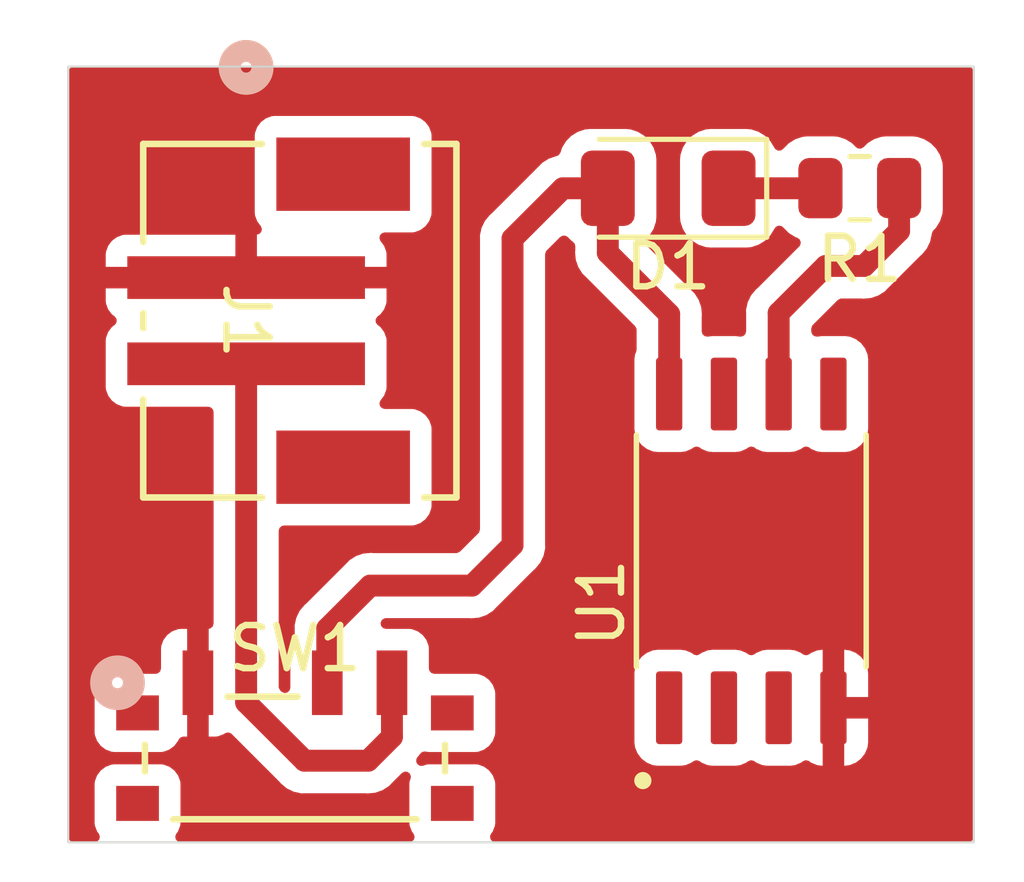
<source format=kicad_pcb>
(kicad_pcb (version 20221018) (generator pcbnew)
  (layers (0 "F.Cu" signal) (31 "B.Cu" signal) (44 "Edge.Cuts" user))
  (net 0 "")
  (net 1 "Net-(D1-K)")
  (net 2 "/vcc")
  (net 3 "/GND")
  (net 4 "/LED")
  (net 10 "/vin")
  (footprint "LED_SMD:LED_1206_3216Metric" (layer "F.Cu") (at 95.9134 53.8226 180)
    (fp_text reference "D1" (at 0 -1.82) (layer "F.SilkS"))
    (fp_text value "LED")
    (fp_line (start -2.285 -1.135) (end -2.285 1.135) (stroke (width 0.12)) (layer "F.SilkS"))
    (fp_line (start -2.285 1.135) (end 1.6 1.135) (stroke (width 0.12)) (layer "F.SilkS"))
    (fp_line (start 1.6 -1.135) (end -2.285 -1.135) (stroke (width 0.12)) (layer "F.SilkS"))
    (pad "1" smd roundrect (at -1.4 0 180) (size 1.25 1.75) (layers "F.Cu" "F.Paste" "F.Mask") (roundrect_rratio 0.2) (net 1 "Net-(D1-K)"))
    (pad "2" smd roundrect (at 1.4 0 180) (size 1.25 1.75) (layers "F.Cu" "F.Paste" "F.Mask") (roundrect_rratio 0.2) (net 2 "/vcc"))
  )
  (footprint "Library:SOIC127P794X202-8N" (layer "F.Cu") (at 97.8408 62.2378 90)
    (fp_text reference "U1" (at -1.205 -3.477 90) (layer "F.SilkS"))
    (fp_text value "ATTINY45-20SU")
    (fp_line (start -2.69 -2.665) (end 2.69 -2.665) (stroke (width 0.127)) (layer "F.SilkS"))
    (fp_line (start -2.69 2.665) (end 2.69 2.665) (stroke (width 0.127)) (layer "F.SilkS"))
    (fp_circle (center -5.33 -2.515) (end -5.23 -2.515) (stroke (width 0.2)) (fill none) (layer "F.SilkS"))
    (pad "1" smd roundrect (at -3.64 -1.905 90) (size 1.69 0.61) (layers "F.Cu" "F.Paste" "F.Mask") (roundrect_rratio 0.125))
    (pad "2" smd roundrect (at -3.64 -0.635 90) (size 1.69 0.61) (layers "F.Cu" "F.Paste" "F.Mask") (roundrect_rratio 0.125))
    (pad "3" smd roundrect (at -3.64 0.635 90) (size 1.69 0.61) (layers "F.Cu" "F.Paste" "F.Mask") (roundrect_rratio 0.125))
    (pad "4" smd roundrect (at -3.64 1.905 90) (size 1.69 0.61) (layers "F.Cu" "F.Paste" "F.Mask") (roundrect_rratio 0.125) (net 3 "/GND"))
    (pad "5" smd roundrect (at 3.64 1.905 90) (size 1.69 0.61) (layers "F.Cu" "F.Paste" "F.Mask") (roundrect_rratio 0.125))
    (pad "6" smd roundrect (at 3.64 0.635 90) (size 1.69 0.61) (layers "F.Cu" "F.Paste" "F.Mask") (roundrect_rratio 0.125) (net 4 "/LED"))
    (pad "7" smd roundrect (at 3.64 -0.635 90) (size 1.69 0.61) (layers "F.Cu" "F.Paste" "F.Mask") (roundrect_rratio 0.125))
    (pad "8" smd roundrect (at 3.64 -1.905 90) (size 1.69 0.61) (layers "F.Cu" "F.Paste" "F.Mask") (roundrect_rratio 0.125) (net 2 "/vcc"))
  )
  (footprint "Resistor_SMD:R_0805_2012Metric" (layer "F.Cu") (at 100.3565 53.8196 180)
    (fp_text reference "R1" (at 0 -1.65) (layer "F.SilkS"))
    (fp_text value "R")
    (fp_line (start -0.227064 -0.735) (end 0.227064 -0.735) (stroke (width 0.12)) (layer "F.SilkS"))
    (fp_line (start -0.227064 0.735) (end 0.227064 0.735) (stroke (width 0.12)) (layer "F.SilkS"))
    (pad "1" smd roundrect (at -0.9125 0 180) (size 1.025 1.4) (layers "F.Cu" "F.Paste" "F.Mask") (roundrect_rratio 0.243902439) (net 4 "/LED"))
    (pad "2" smd roundrect (at 0.9125 0 180) (size 1.025 1.4) (layers "F.Cu" "F.Paste" "F.Mask") (roundrect_rratio 0.243902439) (net 1 "Net-(D1-K)"))
  )
  (footprint "esp_lib:B2B-PH-SM4-TBLFSN_JST" (layer "F.Cu") (at 87.369751 56.896 -90)
    (fp_text reference "J1" (at 0 1.244801 -90 unlocked) (layer "F.SilkS"))
    (fp_text value "B2B-PH-SM4-TBLFSN" hide)
    (fp_circle (center -5.8801 1.244801) (end -5.4991 1.244801) (stroke (width 0.508)) (fill none) (layer "B.SilkS"))
    (fp_line (start -4.1021 -3.6322) (end -4.1021 -2.88734) (stroke (width 0.1524)) (layer "F.SilkS"))
    (fp_line (start -4.1021 0.87694) (end -4.1021 3.6322) (stroke (width 0.1524)) (layer "F.SilkS"))
    (fp_line (start -4.1021 3.6322) (end -1.828041 3.6322) (stroke (width 0.1524)) (layer "F.SilkS"))
    (fp_line (start -0.171961 3.6322) (end 0.171961 3.6322) (stroke (width 0.1524)) (layer "F.SilkS"))
    (fp_line (start 1.828041 3.6322) (end 4.1021 3.6322) (stroke (width 0.1524)) (layer "F.SilkS"))
    (fp_line (start 4.1021 -3.6322) (end -4.1021 -3.6322) (stroke (width 0.1524)) (layer "F.SilkS"))
    (fp_line (start 4.1021 -2.88734) (end 4.1021 -3.6322) (stroke (width 0.1524)) (layer "F.SilkS"))
    (fp_line (start 4.1021 3.6322) (end 4.1021 0.87694) (stroke (width 0.1524)) (layer "F.SilkS"))
    (fp_circle (center -5.8801 1.244801) (end -5.4991 1.244801) (stroke (width 0.508)) (fill none) (layer "F.SilkS"))
    (pad "1" smd rect (at -1.000001 1.244801 270) (size 0.9906 5.5118) (layers "F.Cu" "F.Paste" "F.Mask") (net 3 "/GND"))
    (pad "2" smd rect (at 1.000001 1.244801 270) (size 0.9906 5.5118) (layers "F.Cu" "F.Paste" "F.Mask") (net 10 "/vin"))
    (pad "3" smd rect (at -3.399998 -1.0052) (size 3.0988 1.7018) (layers "F.Cu" "F.Paste" "F.Mask"))
    (pad "4" smd rect (at 3.399998 -1.0052) (size 3.0988 1.7018) (layers "F.Cu" "F.Paste" "F.Mask"))
  )
  (footprint "Library:CUS-12TB_NDC" (layer "F.Cu") (at 87.25662 67.042801)
    (fp_text reference "SW1" (at 0 -2.54 unlocked) (layer "F.SilkS"))
    (fp_text value "CUS-12TB" hide)
    (fp_circle (center -4.1148 -1.7454) (end -3.7338 -1.7454) (stroke (width 0.508)) (fill none) (layer "B.SilkS"))
    (fp_line (start -3.4798 0.315459) (end -3.4798 -0.306259) (stroke (width 0.1524)) (layer "F.SilkS"))
    (fp_line (start -1.561663 -1.4224) (end 0.06166 -1.4224) (stroke (width 0.1524)) (layer "F.SilkS"))
    (fp_line (start 2.82194 1.422399) (end -2.82194 1.422399) (stroke (width 0.1524)) (layer "F.SilkS"))
    (fp_line (start 3.4798 -0.306259) (end 3.4798 0.315459) (stroke (width 0.1524)) (layer "F.SilkS"))
    (pad "1" smd rect (at -2.250003 -1.7454) (size 0.7112 1.4986) (layers "F.Cu" "F.Paste" "F.Mask") (net 3 "/GND"))
    (pad "2" smd rect (at 0.75 -1.7454) (size 0.7112 1.4986) (layers "F.Cu" "F.Paste" "F.Mask") (net 2 "/vcc"))
    (pad "3" smd rect (at 2.25 -1.7454) (size 0.7112 1.4986) (layers "F.Cu" "F.Paste" "F.Mask") (net 10 "/vin"))
    (pad "4" smd rect (at -3.65 -1.045399) (size 0.9906 0.8128) (layers "F.Cu" "F.Paste" "F.Mask"))
    (pad "5" smd rect (at 3.65 -1.045399) (size 0.9906 0.8128) (layers "F.Cu" "F.Paste" "F.Mask"))
    (pad "6" smd rect (at -3.64998 1.054599) (size 0.9906 0.8128) (layers "F.Cu" "F.Paste" "F.Mask"))
    (pad "7" smd rect (at 3.64998 1.054599) (size 0.9906 0.8128) (layers "F.Cu" "F.Paste" "F.Mask"))
  )
  (gr_rect (start 82 51) (end 103 69) (stroke (width 0.05)) (fill none) (layer "Edge.Cuts"))
  (segment (start 99.441 53.8226) (end 99.444 53.8196) (width 0.508) (layer "F.Cu") (net 1))
  (segment (start 97.3134 53.8226) (end 99.441 53.8226) (width 0.508) (layer "F.Cu") (net 1))
  (segment (start 88.00662 64.040101) (end 89.003921 63.0428) (width 0.508) (layer "F.Cu") (net 2))
  (segment (start 92.3036 62.103) (end 92.3036 54.991) (width 0.508) (layer "F.Cu") (net 2))
  (segment (start 95.9358 56.7436) (end 95.9358 58.5978) (width 0.508) (layer "F.Cu") (net 2))
  (segment (start 91.3638 63.0428) (end 92.3036 62.103) (width 0.508) (layer "F.Cu") (net 2))
  (segment (start 88.00662 65.297401) (end 88.00662 64.040101) (width 0.508) (layer "F.Cu") (net 2))
  (segment (start 89.003921 63.0428) (end 91.3638 63.0428) (width 0.508) (layer "F.Cu") (net 2))
  (segment (start 93.472 53.8226) (end 94.5134 53.8226) (width 0.508) (layer "F.Cu") (net 2))
  (segment (start 94.5134 55.3212) (end 95.9358 56.7436) (width 0.508) (layer "F.Cu") (net 2))
  (segment (start 92.3036 54.991) (end 93.472 53.8226) (width 0.508) (layer "F.Cu") (net 2))
  (segment (start 94.5134 53.8226) (end 94.5134 55.3212) (width 0.508) (layer "F.Cu") (net 2))
  (segment (start 101.269 53.8196) (end 101.269 54.814) (width 0.508) (layer "F.Cu") (net 4))
  (segment (start 99.568 55.626) (end 98.4758 56.7182) (width 0.508) (layer "F.Cu") (net 4))
  (segment (start 101.269 54.814) (end 100.457 55.626) (width 0.508) (layer "F.Cu") (net 4))
  (segment (start 98.4758 56.7182) (end 98.4758 58.5978) (width 0.508) (layer "F.Cu") (net 4))
  (segment (start 100.457 55.626) (end 99.568 55.626) (width 0.508) (layer "F.Cu") (net 4))
  (segment (start 87.4776 67.1068) (end 88.954521 67.1068) (width 0.508) (layer "F.Cu") (net 10))
  (segment (start 86.12495 57.896001) (end 86.12495 65.75415) (width 0.508) (layer "F.Cu") (net 10))
  (segment (start 88.954521 67.1068) (end 89.50662 66.554701) (width 0.508) (layer "F.Cu") (net 10))
  (segment (start 86.12495 65.75415) (end 87.4776 67.1068) (width 0.508) (layer "F.Cu") (net 10))
  (segment (start 89.50662 66.554701) (end 89.50662 65.297401) (width 0.508) (layer "F.Cu") (net 10))
  (zone (net 3) (net_name "/GND") (layer "F.Cu") (connect_pads (clearance 0.5)) (min_thickness 0.25) (fill yes (thermal_gap 0.5) (thermal_bridge_width 0.5))
    (polygon (pts (xy 80.4164 49.4538) (xy 104.1146 49.4792) (xy 104.1654 69.9008) (xy 80.6196 69.9262)))
  )
)
</source>
